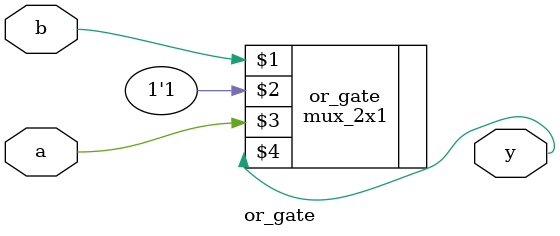
<source format=v>
module or_gate (
	input a, b,
	output y
);

mux_2x1 or_gate (b, 1'b1, a, y);

endmodule

</source>
